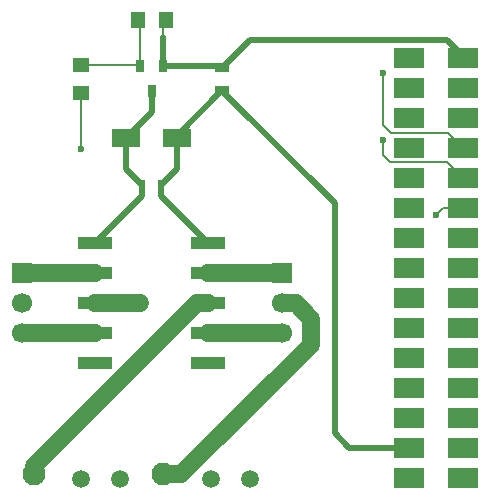
<source format=gbr>
%TF.GenerationSoftware,KiCad,Pcbnew,9.0.4-1.fc42*%
%TF.CreationDate,2025-09-12T10:21:52-07:00*%
%TF.ProjectId,adapter_relay,61646170-7465-4725-9f72-656c61792e6b,1.0*%
%TF.SameCoordinates,Original*%
%TF.FileFunction,Copper,L2,Bot*%
%TF.FilePolarity,Positive*%
%FSLAX46Y46*%
G04 Gerber Fmt 4.6, Leading zero omitted, Abs format (unit mm)*
G04 Created by KiCad (PCBNEW 9.0.4-1.fc42) date 2025-09-12 10:21:52*
%MOMM*%
%LPD*%
G01*
G04 APERTURE LIST*
%TA.AperFunction,EtchedComponent*%
%ADD10C,0.000000*%
%TD*%
%TA.AperFunction,SMDPad,CuDef*%
%ADD11R,2.350000X1.550000*%
%TD*%
%TA.AperFunction,SMDPad,CuDef*%
%ADD12R,0.540000X0.940000*%
%TD*%
%TA.AperFunction,SMDPad,CuDef*%
%ADD13C,0.500000*%
%TD*%
%TA.AperFunction,SMDPad,CuDef*%
%ADD14R,1.400000X1.150000*%
%TD*%
%TA.AperFunction,SMDPad,CuDef*%
%ADD15R,2.600000X1.700000*%
%TD*%
%TA.AperFunction,SMDPad,CuDef*%
%ADD16R,0.650000X1.100000*%
%TD*%
%TA.AperFunction,SMDPad,CuDef*%
%ADD17R,1.150000X1.400000*%
%TD*%
%TA.AperFunction,SMDPad,CuDef*%
%ADD18R,2.940000X1.000000*%
%TD*%
%TA.AperFunction,ComponentPad*%
%ADD19C,1.500000*%
%TD*%
%TA.AperFunction,ComponentPad*%
%ADD20C,1.950000*%
%TD*%
%TA.AperFunction,SMDPad,CuDef*%
%ADD21R,1.300000X0.700000*%
%TD*%
%TA.AperFunction,ComponentPad*%
%ADD22R,1.700000X1.700000*%
%TD*%
%TA.AperFunction,ComponentPad*%
%ADD23C,1.700000*%
%TD*%
%TA.AperFunction,ViaPad*%
%ADD24C,0.600000*%
%TD*%
%TA.AperFunction,ViaPad*%
%ADD25C,0.700000*%
%TD*%
%TA.AperFunction,ViaPad*%
%ADD26C,1.000000*%
%TD*%
%TA.AperFunction,Conductor*%
%ADD27C,0.500000*%
%TD*%
%TA.AperFunction,Conductor*%
%ADD28C,0.200000*%
%TD*%
%TA.AperFunction,Conductor*%
%ADD29C,1.500000*%
%TD*%
G04 APERTURE END LIST*
D10*
%TA.AperFunction,EtchedComponent*%
%TO.C,NT2*%
G36*
X121210000Y-106500000D02*
G01*
X120710000Y-106500000D01*
X120710000Y-105500000D01*
X121210000Y-105500000D01*
X121210000Y-106500000D01*
G37*
%TD.AperFunction*%
%TD*%
D11*
%TO.P,D1,1,K*%
%TO.N,+5V*%
X122150000Y-114000000D03*
%TO.P,D1,2,A*%
%TO.N,/COIL-*%
X117850000Y-114000000D03*
%TD*%
D12*
%TO.P,C2,1,1*%
%TO.N,/COIL-*%
X119200000Y-118000000D03*
%TO.P,C2,2,2*%
%TO.N,+5V*%
X120800000Y-118000000D03*
%TD*%
D13*
%TO.P,NT2,1,1*%
%TO.N,/PULLDOWN*%
X120960000Y-105500000D03*
%TO.P,NT2,2,2*%
%TO.N,GND*%
X120960000Y-106500000D03*
%TD*%
D14*
%TO.P,R1,1,1*%
%TO.N,/G5\u00B7*%
X114000000Y-110175000D03*
%TO.P,R1,2,2*%
%TO.N,/BASE*%
X114000000Y-107825000D03*
%TD*%
D15*
%TO.P,J2,000,GND*%
%TO.N,GND*%
X146350000Y-107220000D03*
%TO.P,J2,001,GND*%
%TO.N,/GND1*%
X146350000Y-109760000D03*
%TO.P,J2,002,GND*%
%TO.N,/GND2*%
X146350000Y-112300000D03*
%TO.P,J2,003,G37\u00B7SPI_MOSI*%
%TO.N,/G10\u00B7SPI_MOSI*%
X146350000Y-114840000D03*
%TO.P,J2,004,G35\u00B7SPI_MISO*%
%TO.N,/G8\u00B7SPI_MISO*%
X146350000Y-117380000D03*
%TO.P,J2,005,G36\u00B7SPI_CLK*%
%TO.N,/G6\u00B7SPI_CLK*%
X146350000Y-119920000D03*
%TO.P,J2,006,G44/RXD0\u00B7*%
%TO.N,/G44{slash}RXD0\u00B7*%
X146350000Y-122460000D03*
%TO.P,J2,007,G18/PC_RX\u00B7*%
%TO.N,/G18{slash}PC_RX\u00B7*%
X146350000Y-125000000D03*
%TO.P,J2,008,G12/In_SDA\u00B7*%
%TO.N,/G12{slash}In_SDA\u00B7*%
X146350000Y-127540000D03*
%TO.P,J2,009,G2/PA_SDA\u00B7*%
%TO.N,/G2{slash}PA_SDA\u00B7*%
X146350000Y-130080000D03*
%TO.P,J2,010,G6\u00B7*%
%TO.N,unconnected-(J2-G6\u00B7-Pad010)*%
X146350000Y-132620000D03*
%TO.P,J2,011,G13/I2S_DOUT\u00B7RS232_TX/RS485_TX*%
%TO.N,/G13{slash}I2S_DOUT\u00B7RS232_TX{slash}RS485_TX*%
X146350000Y-135160000D03*
%TO.P,J2,012,HPWR*%
%TO.N,/HPWR0*%
X146350000Y-137700000D03*
%TO.P,J2,013,HPWR*%
%TO.N,/HPWR1*%
X146350000Y-140240000D03*
%TO.P,J2,014,HPWR*%
%TO.N,/HPWR2*%
X146350000Y-142780000D03*
%TO.P,J2,100,G10\u00B7*%
%TO.N,unconnected-(J2-G10\u00B7-Pad100)*%
X141750000Y-107220000D03*
%TO.P,J2,101,G8\u00B7*%
%TO.N,unconnected-(J2-G8\u00B7-Pad101)*%
X141750000Y-109760000D03*
%TO.P,J2,102,RST/EN\u00B7*%
%TO.N,/RST{slash}EN\u00B7*%
X141750000Y-112300000D03*
%TO.P,J2,103,G5\u00B7*%
%TO.N,unconnected-(J2-G5\u00B7-Pad103)*%
X141750000Y-114840000D03*
%TO.P,J2,104,G9\u00B7CS*%
%TO.N,/G9\u00B7CS*%
X141750000Y-117380000D03*
%TO.P,J2,105,3V3*%
%TO.N,/3V3*%
X141750000Y-119920000D03*
%TO.P,J2,106,G43/TXD0\u00B7*%
%TO.N,/G43{slash}TXD0\u00B7*%
X141750000Y-122460000D03*
%TO.P,J2,107,G17/PC_TX\u00B7*%
%TO.N,/G17{slash}PC_TX\u00B7*%
X141750000Y-125000000D03*
%TO.P,J2,108,G11/In_SCL\u00B7*%
%TO.N,/G11{slash}In_CL\u00B7*%
X141750000Y-127540000D03*
%TO.P,J2,109,G1/PA_SCL\u00B7RS232_RX/RS485_RX*%
%TO.N,/G1{slash}PA_SCL\u00B7RS232_RX{slash}RS485_RX*%
X141750000Y-130080000D03*
%TO.P,J2,110,G7\u00B7RST*%
%TO.N,/G7\u00B7RST*%
X141750000Y-132620000D03*
%TO.P,J2,111,G0/I2S_LRCK\u00B7*%
%TO.N,/G0{slash}I2S_LRCK\u00B7*%
X141750000Y-135160000D03*
%TO.P,J2,112,G14/I2S_DIN\u00B7INT*%
%TO.N,/G14{slash}I2S_DIN\u00B7INT*%
X141750000Y-137700000D03*
%TO.P,J2,113,5V*%
%TO.N,+5V*%
X141750000Y-140240000D03*
%TO.P,J2,114,BAT*%
%TO.N,/BAT*%
X141750000Y-142780000D03*
%TD*%
D16*
%TO.P,Q1,1,B*%
%TO.N,/BASE*%
X119040000Y-107950000D03*
%TO.P,Q1,2,E*%
%TO.N,GND*%
X120960000Y-107950000D03*
%TO.P,Q1,3,C*%
%TO.N,/COIL-*%
X120000000Y-110050000D03*
%TD*%
D17*
%TO.P,R2,1,1*%
%TO.N,/BASE*%
X118825000Y-104000000D03*
%TO.P,R2,2,2*%
%TO.N,/PULLDOWN*%
X121175000Y-104000000D03*
%TD*%
D18*
%TO.P,K1,1,1*%
%TO.N,+5V*%
X124780000Y-122920000D03*
%TO.P,K1,2,2*%
%TO.N,/NC0*%
X124780000Y-125460000D03*
%TO.P,K1,3,3*%
%TO.N,/COM0*%
X124780000Y-128000000D03*
%TO.P,K1,4,4*%
%TO.N,/NO0*%
X124780000Y-130540000D03*
%TO.P,K1,5,5*%
%TO.N,unconnected-(K1-Pad5)*%
X124780000Y-133080000D03*
%TO.P,K1,6,6*%
%TO.N,unconnected-(K1-Pad6)*%
X115220000Y-133080000D03*
%TO.P,K1,7,7*%
%TO.N,/NO1*%
X115220000Y-130540000D03*
%TO.P,K1,8,8*%
%TO.N,/COM1*%
X115220000Y-128000000D03*
%TO.P,K1,9,9*%
%TO.N,/NC1*%
X115220000Y-125460000D03*
%TO.P,K1,10,10*%
%TO.N,/COIL-*%
X115220000Y-122920000D03*
%TD*%
D19*
%TO.P,J3,1,1*%
%TO.N,/SW1*%
X117300000Y-142900000D03*
D20*
%TO.P,J3,2,2*%
%TO.N,/COM0*%
X110000000Y-142500000D03*
D19*
%TO.P,J3,3,3*%
%TO.N,unconnected-(J3-Pad3)*%
X114000000Y-142900000D03*
%TD*%
D21*
%TO.P,C1,1,1*%
%TO.N,+5V*%
X126000000Y-109950000D03*
%TO.P,C1,2,2*%
%TO.N,GND*%
X126000000Y-108050000D03*
%TD*%
D22*
%TO.P,J6,1,Pin_1*%
%TO.N,/NC1*%
X109000000Y-125460000D03*
D23*
%TO.P,J6,2,Pin_2*%
%TO.N,/SW1*%
X109000000Y-128000000D03*
%TO.P,J6,3,Pin_3*%
%TO.N,/NO1*%
X109000000Y-130540000D03*
%TD*%
D19*
%TO.P,J4,1,1*%
%TO.N,/COM1*%
X128300000Y-142900000D03*
D20*
%TO.P,J4,2,2*%
%TO.N,/SW0*%
X121000000Y-142500000D03*
D19*
%TO.P,J4,3,3*%
%TO.N,unconnected-(J4-Pad3)*%
X125000000Y-142900000D03*
%TD*%
D22*
%TO.P,J5,1,Pin_1*%
%TO.N,/NC0*%
X131000000Y-125460000D03*
D23*
%TO.P,J5,2,Pin_2*%
%TO.N,/SW0*%
X131000000Y-128000000D03*
%TO.P,J5,3,Pin_3*%
%TO.N,/NO0*%
X131000000Y-130540000D03*
%TD*%
D24*
%TO.N,/G5\u00B7*%
X114000000Y-114901000D03*
D25*
%TO.N,/G14{slash}I2S_DIN\u00B7INT*%
X141000000Y-137700000D03*
X142500000Y-137700000D03*
D24*
%TO.N,/G8\u00B7SPI_MISO*%
X139610000Y-114200000D03*
D25*
%TO.N,/RST{slash}EN\u00B7*%
X142500000Y-112300000D03*
X141000000Y-112300000D03*
%TO.N,/G2{slash}PA_SDA\u00B7*%
X147100000Y-130080000D03*
X145600000Y-130080000D03*
D24*
%TO.N,/G6\u00B7SPI_CLK*%
X144050000Y-120555000D03*
D25*
%TO.N,/G44{slash}RXD0\u00B7*%
X145600000Y-122460000D03*
X147100000Y-122460000D03*
%TO.N,/GND1*%
X147100000Y-109760000D03*
X145600000Y-109760000D03*
%TO.N,/3V3*%
X142500000Y-119920000D03*
X141000000Y-119920000D03*
%TO.N,/GND2*%
X145600000Y-112300000D03*
X147100000Y-112300000D03*
%TO.N,/G7\u00B7RST*%
X141000000Y-132620000D03*
X142500000Y-132620000D03*
%TO.N,/G43{slash}TXD0\u00B7*%
X142500000Y-122460000D03*
X141000000Y-122460000D03*
%TO.N,GND*%
X145600000Y-107220000D03*
X147100000Y-107220000D03*
%TO.N,/G18{slash}PC_RX\u00B7*%
X147100000Y-125000000D03*
X145600000Y-125000000D03*
%TO.N,/HPWR2*%
X145600000Y-142780000D03*
X147100000Y-142780000D03*
D24*
%TO.N,/G10\u00B7SPI_MOSI*%
X139605000Y-108490000D03*
D25*
%TO.N,/G1{slash}PA_SCL\u00B7RS232_RX{slash}RS485_RX*%
X142500000Y-130080000D03*
X141000000Y-130080000D03*
%TO.N,/G13{slash}I2S_DOUT\u00B7RS232_TX{slash}RS485_TX*%
X145600000Y-135160000D03*
X147100000Y-135160000D03*
%TO.N,/G11{slash}In_CL\u00B7*%
X141000000Y-127540000D03*
X142500000Y-127540000D03*
%TO.N,/G0{slash}I2S_LRCK\u00B7*%
X141000000Y-135160000D03*
X142500000Y-135160000D03*
%TO.N,/HPWR0*%
X147100000Y-137700000D03*
X145600000Y-137700000D03*
%TO.N,/G12{slash}In_SDA\u00B7*%
X145600000Y-127540000D03*
X147100000Y-127540000D03*
%TO.N,/HPWR1*%
X147100000Y-140240000D03*
X145600000Y-140240000D03*
%TO.N,+5V*%
X141000000Y-140240000D03*
X142500000Y-140240000D03*
%TO.N,/G17{slash}PC_TX\u00B7*%
X142500000Y-125000000D03*
X141000000Y-125000000D03*
%TO.N,/G9\u00B7CS*%
X142500000Y-117380000D03*
X141000000Y-117380000D03*
%TO.N,/BAT*%
X141000000Y-142780000D03*
X142500000Y-142780000D03*
D26*
%TO.N,/COM1*%
X117000000Y-128000000D03*
X119000000Y-128000000D03*
%TD*%
D27*
%TO.N,+5V*%
X126000000Y-109950000D02*
X126000000Y-110000000D01*
X126000000Y-110000000D02*
X135500000Y-119500000D01*
X135500000Y-119500000D02*
X135500000Y-139000000D01*
X135500000Y-139000000D02*
X136740000Y-140240000D01*
X136740000Y-140240000D02*
X141750000Y-140240000D01*
D28*
%TO.N,/G5\u00B7*%
X114000000Y-114901000D02*
X114000000Y-110175000D01*
%TO.N,/G8\u00B7SPI_MISO*%
X140208000Y-116078000D02*
X139605000Y-115475000D01*
X146336000Y-117380000D02*
X145034000Y-116078000D01*
X145034000Y-116078000D02*
X140208000Y-116078000D01*
X139605000Y-115475000D02*
X139610000Y-114200000D01*
X146350000Y-117380000D02*
X146336000Y-117380000D01*
%TO.N,/G6\u00B7SPI_CLK*%
X144685000Y-119920000D02*
X146350000Y-119920000D01*
X144050000Y-120555000D02*
X144685000Y-119920000D01*
D27*
%TO.N,GND*%
X125900000Y-107950000D02*
X126000000Y-108050000D01*
X128300000Y-105750000D02*
X126000000Y-108050000D01*
X146350000Y-107220000D02*
X146350000Y-107100000D01*
X120960000Y-107950000D02*
X125900000Y-107950000D01*
X121060000Y-108050000D02*
X120960000Y-107950000D01*
X145000000Y-105750000D02*
X128300000Y-105750000D01*
X120960000Y-107950000D02*
X120960000Y-106500000D01*
X146350000Y-107100000D02*
X145000000Y-105750000D01*
D28*
%TO.N,/G10\u00B7SPI_MOSI*%
X139605000Y-108490000D02*
X139605000Y-112905000D01*
X145080000Y-113570000D02*
X146350000Y-114840000D01*
X139605000Y-112905000D02*
X140270000Y-113570000D01*
X140270000Y-113570000D02*
X145080000Y-113570000D01*
D27*
%TO.N,+5V*%
X120800000Y-118940000D02*
X124780000Y-122920000D01*
X122150000Y-113800000D02*
X126000000Y-109950000D01*
X122150000Y-116650000D02*
X120800000Y-118000000D01*
X122150000Y-114000000D02*
X122150000Y-113800000D01*
X122150000Y-114000000D02*
X122150000Y-116650000D01*
X120800000Y-118000000D02*
X120800000Y-118940000D01*
D29*
%TO.N,/COM0*%
X110000000Y-142301530D02*
X110099235Y-142400765D01*
X110000000Y-141810000D02*
X110000000Y-142301530D01*
X124780000Y-128000000D02*
X123810000Y-128000000D01*
X123810000Y-128000000D02*
X110000000Y-141810000D01*
%TO.N,/SW0*%
X133500000Y-129297919D02*
X132202081Y-128000000D01*
X132202081Y-128000000D02*
X131000000Y-128000000D01*
X122500000Y-142500000D02*
X133500000Y-131500000D01*
X133500000Y-131500000D02*
X133500000Y-129297919D01*
X121000000Y-142500000D02*
X122500000Y-142500000D01*
%TO.N,/COM1*%
X115220000Y-128000000D02*
X117000000Y-128000000D01*
X117000000Y-128000000D02*
X119000000Y-128000000D01*
%TO.N,/NO0*%
X131000000Y-130540000D02*
X124780000Y-130540000D01*
%TO.N,/NC0*%
X131000000Y-125460000D02*
X124780000Y-125460000D01*
%TO.N,/NO1*%
X115220000Y-130540000D02*
X109000000Y-130540000D01*
%TO.N,/NC1*%
X115220000Y-125460000D02*
X109000000Y-125460000D01*
D28*
%TO.N,/BASE*%
X119040000Y-104215000D02*
X118825000Y-104000000D01*
X114000000Y-107825000D02*
X118915000Y-107825000D01*
X118915000Y-107825000D02*
X119040000Y-107950000D01*
X119040000Y-107950000D02*
X119040000Y-104215000D01*
%TO.N,/PULLDOWN*%
X120960000Y-104215000D02*
X121175000Y-104000000D01*
X120960000Y-105500000D02*
X120960000Y-104215000D01*
D27*
%TO.N,/COIL-*%
X117850000Y-116650000D02*
X119200000Y-118000000D01*
X119200000Y-118000000D02*
X119200000Y-118940000D01*
X117850000Y-114000000D02*
X117850000Y-116650000D01*
X119200000Y-118940000D02*
X115220000Y-122920000D01*
X120000000Y-111850000D02*
X117850000Y-114000000D01*
X120000000Y-110050000D02*
X120000000Y-111850000D01*
%TD*%
M02*

</source>
